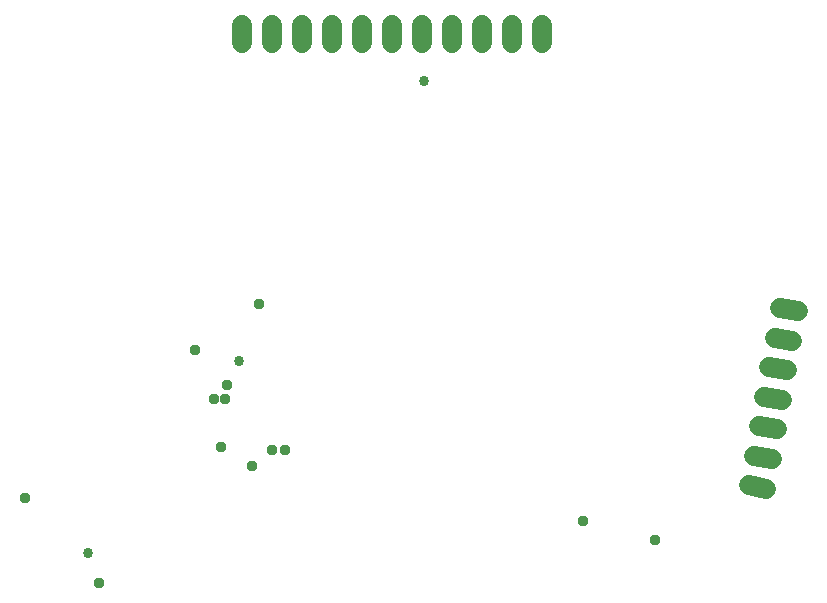
<source format=gbr>
G04 EAGLE Gerber X2 export*
%TF.Part,Single*%
%TF.FileFunction,Soldermask,Bot,1*%
%TF.FilePolarity,Negative*%
%TF.GenerationSoftware,Autodesk,EAGLE,8.7.1*%
%TF.CreationDate,2019-11-11T18:06:01Z*%
G75*
%MOMM*%
%FSLAX34Y34*%
%LPD*%
%AMOC8*
5,1,8,0,0,1.08239X$1,22.5*%
G01*
%ADD10C,1.727200*%
%ADD11C,0.959600*%
%ADD12C,0.859600*%


D10*
X-124806Y309549D02*
X-124806Y324789D01*
X-99406Y324789D02*
X-99406Y309549D01*
X-74006Y309549D02*
X-74006Y324789D01*
X-48606Y324789D02*
X-48606Y309549D01*
X-23206Y309549D02*
X-23206Y324789D01*
X2194Y324789D02*
X2194Y309549D01*
X27594Y309549D02*
X27594Y324789D01*
X52994Y324789D02*
X52994Y309549D01*
X78394Y309549D02*
X78394Y324789D01*
X103794Y324789D02*
X103794Y309549D01*
X129194Y309549D02*
X129194Y324789D01*
X330977Y84792D02*
X345985Y82145D01*
X341574Y57131D02*
X326566Y59777D01*
X322155Y34763D02*
X337164Y32117D01*
X332753Y7103D02*
X317745Y9749D01*
X313334Y-15265D02*
X328342Y-17911D01*
X323932Y-42925D02*
X308923Y-40279D01*
X304513Y-65293D02*
X319521Y-67939D01*
D11*
X225552Y-111760D03*
X-307847Y-75834D03*
X-245719Y-147870D03*
X-142150Y-32844D03*
X-164587Y49139D03*
X164592Y-95504D03*
X-115824Y-48768D03*
X-99060Y-35052D03*
D12*
X-254540Y-122866D03*
D11*
X-138684Y7620D03*
X-147828Y7620D03*
X-110254Y88565D03*
X-88392Y-35052D03*
X-137160Y19812D03*
D12*
X-126708Y39865D03*
X29903Y276796D03*
M02*

</source>
